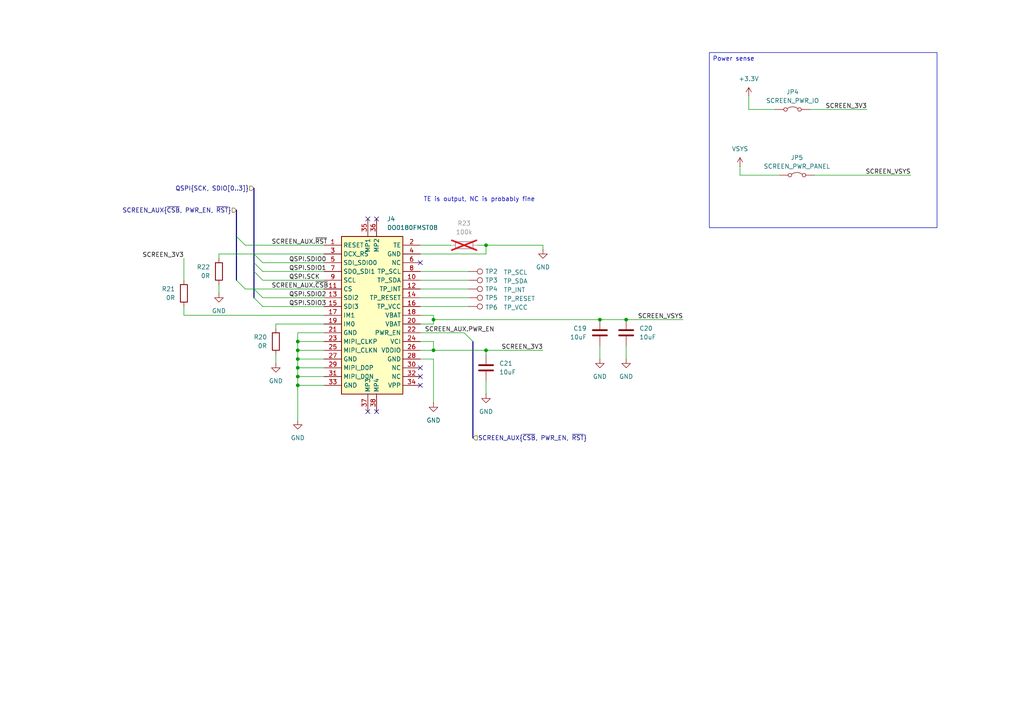
<source format=kicad_sch>
(kicad_sch (version 20231120) (generator "eeschema") (generator_version "8.0")
  (paper "A4")
  (lib_symbols
    (symbol "Connector:TestPoint" (pin_numbers hide) (pin_names (offset 0.762) hide)
      (property "Reference" "TP" (at 0 6.858 0))
      (property "Value" "TestPoint" (at 0 5.08 0))
      (symbol "TestPoint_0_1"
        (circle (center 0 3.302) (radius 0.762))
      )
      (symbol "TestPoint_1_1"
        (pin passive line (at 0 0 90) (length 2.54) (name "1") (number "1"))
      )
    )
    (symbol "Device:C" (pin_numbers hide) (pin_names (offset 0.254))
      (property "Reference" "C" (at 0.635 2.54 0))
      (property "Value" "C" (at 0.635 -2.54 0))
      (symbol "C_0_1"
        (polyline (pts (xy -2.032 -0.762) (xy 2.032 -0.762)) (stroke (width 0.508)))
        (polyline (pts (xy -2.032 0.762) (xy 2.032 0.762)) (stroke (width 0.508)))
      )
      (symbol "C_1_1"
        (pin passive line (at 0 3.81 270) (length 2.794) (name "~") (number "1"))
        (pin passive line (at 0 -3.81 90) (length 2.794) (name "~") (number "2"))
      )
    )
    (symbol "Device:R" (pin_numbers hide) (pin_names (offset 0))
      (property "Reference" "R" (at 2.032 0 90))
      (property "Value" "R" (at 0 0 90))
      (symbol "R_0_1"
        (rectangle (start -1.016 -2.54) (end 1.016 2.54) (stroke (width 0.254)))
      )
      (symbol "R_1_1"
        (pin passive line (at 0 3.81 270) (length 1.27) (name "~") (number "1"))
        (pin passive line (at 0 -3.81 90) (length 1.27) (name "~") (number "2"))
      )
    )
    (symbol "Jumper:Jumper_2_Bridged" (pin_numbers hide) (pin_names (offset 0) hide) (exclude_from_sim yes)
      (property "Reference" "JP" (at 0 1.905 0))
      (property "Value" "Jumper_2_Bridged" (at 0 -2.54 0))
      (symbol "Jumper_2_Bridged_0_0"
        (circle (center -2.032 0) (radius 0.508))
        (circle (center 2.032 0) (radius 0.508))
      )
      (symbol "Jumper_2_Bridged_0_1"
        (arc (start 1.524 0.254) (mid 0 0.762) (end -1.524 0.254))
      )
      (symbol "Jumper_2_Bridged_1_1"
        (pin passive line (at -5.08 0 0) (length 2.54) (name "A") (number "1"))
        (pin passive line (at 5.08 0 180) (length 2.54) (name "B") (number "2"))
      )
    )
    (symbol "SamacSys_Parts:DO0180FMST03"
      (property "Reference" "J" (at 52.07 12.7 0))
      (property "Value" "DO0180FMST08" (at 52.07 10.16 0))
      (symbol "DO0180FMST03_1_1"
        (rectangle (start 5.08 7.62) (end 50.8 -10.16) (stroke (width 0.254)) (fill (type background)))
        (pin passive line (at 48.26 -15.24 90) (length 5.08) (name "RESET") (number "1"))
        (pin passive line (at 38.1 12.7 270) (length 5.08) (name "TP_SDA") (number "10"))
        (pin passive line (at 35.56 -15.24 90) (length 5.08) (name "CS") (number "11"))
        (pin passive line (at 35.56 12.7 270) (length 5.08) (name "TP_INT") (number "12"))
        (pin passive line (at 33.02 -15.24 90) (length 5.08) (name "SDI2") (number "13"))
        (pin passive line (at 33.02 12.7 270) (length 5.08) (name "TP_RESET") (number "14"))
        (pin passive line (at 30.48 -15.24 90) (length 5.08) (name "SDI3") (number "15"))
        (pin passive line (at 30.48 12.7 270) (length 5.08) (name "TP_VCC") (number "16"))
        (pin passive line (at 27.94 -15.24 90) (length 5.08) (name "IM1") (number "17"))
        (pin passive line (at 27.94 12.7 270) (length 5.08) (name "VBAT") (number "18"))
        (pin passive line (at 25.4 -15.24 90) (length 5.08) (name "IM0") (number "19"))
        (pin passive line (at 48.26 12.7 270) (length 5.08) (name "TE") (number "2"))
        (pin passive line (at 25.4 12.7 270) (length 5.08) (name "VBAT") (number "20"))
        (pin passive line (at 22.86 -15.24 90) (length 5.08) (name "GND") (number "21"))
        (pin passive line (at 22.86 12.7 270) (length 5.08) (name "PWR_EN") (number "22"))
        (pin passive line (at 20.32 -15.24 90) (length 5.08) (name "MIPI_CLKP") (number "23"))
        (pin passive line (at 20.32 12.7 270) (length 5.08) (name "VCI") (number "24"))
        (pin passive line (at 17.78 -15.24 90) (length 5.08) (name "MIPI_CLKN") (number "25"))
        (pin passive line (at 17.78 12.7 270) (length 5.08) (name "VDDIO") (number "26"))
        (pin passive line (at 15.24 -15.24 90) (length 5.08) (name "GND") (number "27"))
        (pin passive line (at 15.24 12.7 270) (length 5.08) (name "GND") (number "28"))
        (pin passive line (at 12.7 -15.24 90) (length 5.08) (name "MIPI_D0P") (number "29"))
        (pin passive line (at 45.72 -15.24 90) (length 5.08) (name "DCX_RS") (number "3"))
        (pin passive line (at 12.7 12.7 270) (length 5.08) (name "NC") (number "30"))
        (pin passive line (at 10.16 -15.24 90) (length 5.08) (name "MIPI_D0N") (number "31"))
        (pin passive line (at 10.16 12.7 270) (length 5.08) (name "NC") (number "32"))
        (pin passive line (at 7.62 -15.24 90) (length 5.08) (name "GND") (number "33"))
        (pin passive line (at 7.62 12.7 270) (length 5.08) (name "VPP") (number "34"))
        (pin passive line (at 55.88 -2.54 180) (length 5.08) (name "MP1") (number "35"))
        (pin passive line (at 55.88 0 180) (length 5.08) (name "MP2") (number "36"))
        (pin passive line (at 0 -2.54 0) (length 5.08) (name "MP3") (number "37"))
        (pin passive line (at 0 0 0) (length 5.08) (name "MP4") (number "38"))
        (pin passive line (at 45.72 12.7 270) (length 5.08) (name "GND") (number "4"))
        (pin passive line (at 43.18 -15.24 90) (length 5.08) (name "SDI_SDIO0") (number "5"))
        (pin passive line (at 43.18 12.7 270) (length 5.08) (name "NC") (number "6"))
        (pin passive line (at 40.64 -15.24 90) (length 5.08) (name "SDO_SDI1") (number "7"))
        (pin passive line (at 40.64 12.7 270) (length 5.08) (name "TP_SCL") (number "8"))
        (pin passive line (at 38.1 -15.24 90) (length 5.08) (name "SCL") (number "9"))
      )
    )
    (symbol "power:+3.3V" (power) (pin_numbers hide) (pin_names (offset 0) hide)
      (property "Value" "+3.3V" (at 0 3.556 0))
      (symbol "+3.3V_0_1"
        (polyline (pts (xy -0.762 1.27) (xy 0 2.54)))
        (polyline (pts (xy 0 0) (xy 0 2.54)))
        (polyline (pts (xy 0 2.54) (xy 0.762 1.27)))
      )
      (symbol "+3.3V_1_1"
        (pin power_in line (at 0 0 90) (length 0) (name "~") (number "1"))
      )
    )
    (symbol "power:GND" (power) (pin_numbers hide) (pin_names (offset 0) hide)
      (property "Value" "GND" (at 0 -3.81 0))
      (symbol "GND_0_1"
        (polyline (pts (xy 0 0) (xy 0 -1.27) (xy 1.27 -1.27) (xy 0 -2.54) (xy -1.27 -1.27) (xy 0 -1.27)))
      )
      (symbol "GND_1_1"
        (pin power_in line (at 0 0 270) (length 0) (name "~") (number "1"))
      )
    )
    (symbol "power:VBUS" (power) (pin_numbers hide) (pin_names (offset 0) hide)
      (property "Value" "VBUS" (at 0 3.556 0))
      (symbol "VBUS_0_1"
        (polyline (pts (xy -0.762 1.27) (xy 0 2.54)))
        (polyline (pts (xy 0 0) (xy 0 2.54)))
        (polyline (pts (xy 0 2.54) (xy 0.762 1.27)))
      )
      (symbol "VBUS_1_1"
        (pin power_in line (at 0 0 90) (length 0) (name "~") (number "1"))
      )
    )
  )
  (junction (at 86.36 101.6))
  (junction (at 125.73 101.6))
  (junction (at 86.36 106.68))
  (junction (at 86.36 104.14))
  (junction (at 86.36 99.06))
  (junction (at 181.61 92.71))
  (junction (at 140.97 71.12))
  (junction (at 173.99 92.71))
  (junction (at 125.73 92.71))
  (junction (at 86.36 111.76))
  (junction (at 140.97 101.6))
  (junction (at 86.36 109.22))
  (no_connect (at 121.92 76.2))
  (no_connect (at 106.68 119.38))
  (no_connect (at 106.68 63.5))
  (no_connect (at 109.22 119.38))
  (no_connect (at 109.22 63.5))
  (no_connect (at 121.92 109.22))
  (no_connect (at 121.92 106.68))
  (no_connect (at 121.92 111.76))
  (bus_entry (at 73.66 83.82) (size 2.54 2.54))
  (bus_entry (at 73.66 86.36) (size 2.54 2.54))
  (bus_entry (at 134.62 96.52) (size 2.54 2.54))
  (bus_entry (at 73.66 73.66) (size 2.54 2.54))
  (bus_entry (at 68.58 81.28) (size 2.54 2.54))
  (bus_entry (at 73.66 78.74) (size 2.54 2.54))
  (bus_entry (at 73.66 76.2) (size 2.54 2.54))
  (bus_entry (at 68.58 68.58) (size 2.54 2.54))
  (wire (pts (xy 76.2 86.36) (xy 93.98 86.36)))
  (wire (pts (xy 86.36 106.68) (xy 86.36 104.14)))
  (wire (pts (xy 125.73 101.6) (xy 140.97 101.6)))
  (bus (pts (xy 68.58 68.58) (xy 68.58 81.28)))
  (wire (pts (xy 121.92 88.9) (xy 135.89 88.9)))
  (bus (pts (xy 73.66 78.74) (xy 73.66 83.82)))
  (wire (pts (xy 173.99 92.71) (xy 181.61 92.71)))
  (wire (pts (xy 140.97 73.66) (xy 140.97 71.12)))
  (bus (pts (xy 73.66 76.2) (xy 73.66 78.74)))
  (wire (pts (xy 125.73 91.44) (xy 125.73 92.71)))
  (wire (pts (xy 53.34 88.9) (xy 53.34 91.44)))
  (wire (pts (xy 76.2 88.9) (xy 93.98 88.9)))
  (wire (pts (xy 71.12 83.82) (xy 73.66 83.82)))
  (wire (pts (xy 214.63 50.8) (xy 226.06 50.8)))
  (wire (pts (xy 157.48 101.6) (xy 140.97 101.6)))
  (wire (pts (xy 93.98 93.98) (xy 80.01 93.98)))
  (wire (pts (xy 86.36 104.14) (xy 93.98 104.14)))
  (wire (pts (xy 73.66 83.82) (xy 93.98 83.82)))
  (wire (pts (xy 76.2 81.28) (xy 93.98 81.28)))
  (wire (pts (xy 121.92 83.82) (xy 135.89 83.82)))
  (wire (pts (xy 86.36 99.06) (xy 93.98 99.06)))
  (bus (pts (xy 73.66 73.66) (xy 73.66 76.2)))
  (wire (pts (xy 125.73 92.71) (xy 173.99 92.71)))
  (wire (pts (xy 217.17 31.75) (xy 224.79 31.75)))
  (wire (pts (xy 121.92 71.12) (xy 130.81 71.12)))
  (wire (pts (xy 86.36 96.52) (xy 93.98 96.52)))
  (wire (pts (xy 76.2 76.2) (xy 93.98 76.2)))
  (wire (pts (xy 121.92 104.14) (xy 125.73 104.14)))
  (wire (pts (xy 140.97 71.12) (xy 157.48 71.12)))
  (wire (pts (xy 140.97 101.6) (xy 140.97 102.87)))
  (wire (pts (xy 125.73 92.71) (xy 125.73 93.98)))
  (wire (pts (xy 157.48 71.12) (xy 157.48 72.39)))
  (wire (pts (xy 121.92 99.06) (xy 125.73 99.06)))
  (wire (pts (xy 181.61 100.33) (xy 181.61 104.14)))
  (wire (pts (xy 173.99 100.33) (xy 173.99 104.14)))
  (wire (pts (xy 71.12 71.12) (xy 93.98 71.12)))
  (wire (pts (xy 86.36 106.68) (xy 93.98 106.68)))
  (bus (pts (xy 73.66 83.82) (xy 73.66 86.36)))
  (wire (pts (xy 121.92 96.52) (xy 134.62 96.52)))
  (wire (pts (xy 125.73 99.06) (xy 125.73 101.6)))
  (wire (pts (xy 86.36 99.06) (xy 86.36 96.52)))
  (wire (pts (xy 217.17 27.94) (xy 217.17 31.75)))
  (wire (pts (xy 86.36 121.92) (xy 86.36 111.76)))
  (wire (pts (xy 121.92 73.66) (xy 140.97 73.66)))
  (wire (pts (xy 86.36 111.76) (xy 86.36 109.22)))
  (wire (pts (xy 80.01 93.98) (xy 80.01 95.25)))
  (wire (pts (xy 121.92 101.6) (xy 125.73 101.6)))
  (wire (pts (xy 86.36 101.6) (xy 93.98 101.6)))
  (wire (pts (xy 80.01 102.87) (xy 80.01 105.41)))
  (wire (pts (xy 63.5 82.55) (xy 63.5 85.09)))
  (bus (pts (xy 68.58 60.96) (xy 68.58 68.58)))
  (wire (pts (xy 86.36 109.22) (xy 86.36 106.68)))
  (wire (pts (xy 121.92 78.74) (xy 135.89 78.74)))
  (wire (pts (xy 121.92 91.44) (xy 125.73 91.44)))
  (wire (pts (xy 121.92 86.36) (xy 135.89 86.36)))
  (wire (pts (xy 236.22 50.8) (xy 264.16 50.8)))
  (wire (pts (xy 86.36 104.14) (xy 86.36 101.6)))
  (wire (pts (xy 121.92 81.28) (xy 135.89 81.28)))
  (wire (pts (xy 181.61 92.71) (xy 198.12 92.71)))
  (wire (pts (xy 234.95 31.75) (xy 251.46 31.75)))
  (wire (pts (xy 86.36 101.6) (xy 86.36 99.06)))
  (wire (pts (xy 63.5 74.93) (xy 63.5 73.66)))
  (wire (pts (xy 93.98 91.44) (xy 53.34 91.44)))
  (wire (pts (xy 214.63 48.26) (xy 214.63 50.8)))
  (wire (pts (xy 53.34 74.93) (xy 53.34 81.28)))
  (wire (pts (xy 121.92 93.98) (xy 125.73 93.98)))
  (wire (pts (xy 63.5 73.66) (xy 73.66 73.66)))
  (wire (pts (xy 76.2 78.74) (xy 93.98 78.74)))
  (wire (pts (xy 140.97 110.49) (xy 140.97 114.3)))
  (wire (pts (xy 86.36 109.22) (xy 93.98 109.22)))
  (bus (pts (xy 73.66 54.61) (xy 73.66 73.66)))
  (wire (pts (xy 73.66 73.66) (xy 93.98 73.66)))
  (wire (pts (xy 138.43 71.12) (xy 140.97 71.12)))
  (bus (pts (xy 137.16 99.06) (xy 137.16 127)))
  (wire (pts (xy 125.73 104.14) (xy 125.73 116.84)))
  (wire (pts (xy 86.36 111.76) (xy 93.98 111.76)))
  (text_box "Power sense" (at 205.74 15.24 0) (size 66.04 50.8) (effects (font (size 1.27 1.27)) (justify left top)))
  (text "TE is output, NC is probably fine" (at 155.194 57.912 0) (effects (font (size 1.27 1.27)) (justify right)))
  (label "SCREEN_3V3" (at 251.46 31.75 180))
  (label "QSPI.SDIO2" (at 83.82 86.36 0))
  (label "SCREEN_VSYS" (at 198.12 92.71 180))
  (label "QSPI.SCK" (at 83.82 81.28 0))
  (label "SCREEN_VSYS" (at 264.16 50.8 180))
  (label "SCREEN_3V3" (at 157.48 101.6 180))
  (label "SCREEN_3V3" (at 53.34 74.93 180))
  (label "QSPI.SDIO3" (at 83.82 88.9 0))
  (label "QSPI.SDIO0" (at 83.82 76.2 0))
  (label "SCREEN_AUX.~{CSB}" (at 78.74 83.82 0))
  (label "SCREEN_AUX.PWR_EN" (at 123.19 96.52 0))
  (label "QSPI.SDIO1" (at 83.82 78.74 0))
  (label "SCREEN_AUX.~{RST}" (at 78.74 71.12 0))
  (hierarchical_label "SCREEN_AUX{~{CSB}, PWR_EN, ~{RST}}" (shape input) (at 68.58 60.96 180))
  (hierarchical_label "QSPI{SCK, SDIO[0..3]}" (shape input) (at 73.66 54.61 180))
  (hierarchical_label "SCREEN_AUX{~{CSB}, PWR_EN, ~{RST}}" (shape input) (at 137.16 127 0))
  (symbol (lib_id "Connector:TestPoint") (at 135.89 88.9 270) (unit 1)
    (property "Reference" "TP6" (at 140.716 89.154 90) (effects (justify left)))
    (property "Value" "TP_VCC" (at 146.05 89.154 90) (effects (justify left)))
    (property "Description" "test point" (effects (hide yes)))
  )
  (symbol (lib_id "power:GND") (at 181.61 104.14 0) (unit 1)
    (property "Reference" "#PWR055" (effects (hide yes)))
    (property "Value" "GND" (at 181.61 109.22 0))
    (property "Description" "Power symbol creates a global label with name \"GND\" , ground" (effects (hide yes)))
  )
  (symbol (lib_id "power:+3.3V") (at 217.17 27.94 0) (unit 1)
    (property "Reference" "#PWR049" (effects (hide yes)))
    (property "Value" "+3.3V" (at 217.17 22.86 0))
    (property "Description" "Power symbol creates a global label with name \"+3.3V\"" (effects (hide yes)))
  )
  (symbol (lib_id "power:VBUS") (at 214.63 48.26 0) (unit 1)
    (property "Reference" "#PWR056" (effects (hide yes)))
    (property "Value" "VSYS" (at 214.63 43.18 0))
    (property "Description" "Power symbol creates a global label with name \"VBUS\"" (effects (hide yes)))
  )
  (symbol (lib_id "Device:C") (at 173.99 96.52 0) (mirror x) (unit 1)
    (property "Reference" "C19" (at 170.18 95.2499 0) (effects (justify right)))
    (property "Value" "10uF" (at 170.18 97.7899 0) (effects (justify right)))
    (property "Description" "Unpolarized capacitor" (effects (hide yes)))
  )
  (symbol (lib_id "power:GND") (at 86.36 121.92 0) (unit 1)
    (property "Reference" "#PWR047" (effects (hide yes)))
    (property "Value" "GND" (at 86.36 127 0))
    (property "Description" "Power symbol creates a global label with name \"GND\" , ground" (effects (hide yes)))
  )
  (symbol (lib_id "power:GND") (at 140.97 114.3 0) (unit 1)
    (property "Reference" "#PWR053" (effects (hide yes)))
    (property "Value" "GND" (at 140.97 119.38 0))
    (property "Description" "Power symbol creates a global label with name \"GND\" , ground" (effects (hide yes)))
  )
  (symbol (lib_id "Connector:TestPoint") (at 135.89 81.28 270) (unit 1)
    (property "Reference" "TP3" (at 140.716 81.28 90) (effects (justify left)))
    (property "Value" "TP_SDA" (at 146.05 81.534 90) (effects (justify left)))
    (property "Description" "test point" (effects (hide yes)))
  )
  (symbol (lib_id "Connector:TestPoint") (at 135.89 78.74 270) (unit 1)
    (property "Reference" "TP2" (at 140.716 78.74 90) (effects (justify left)))
    (property "Value" "TP_SCL" (at 146.05 78.994 90) (effects (justify left)))
    (property "Description" "test point" (effects (hide yes)))
  )
  (symbol (lib_id "power:GND") (at 125.73 116.84 0) (unit 1)
    (property "Reference" "#PWR050" (effects (hide yes)))
    (property "Value" "GND" (at 125.73 121.92 0))
    (property "Description" "Power symbol creates a global label with name \"GND\" , ground" (effects (hide yes)))
  )
  (symbol (lib_id "power:GND") (at 63.5 85.09 0) (unit 1)
    (property "Reference" "#PWR051" (effects (hide yes)))
    (property "Value" "GND" (at 63.5 90.17 0))
    (property "Description" "Power symbol creates a global label with name \"GND\" , ground" (effects (hide yes)))
  )
  (symbol (lib_id "Device:C") (at 140.97 106.68 0) (mirror y) (unit 1)
    (property "Reference" "C21" (at 144.78 105.4099 0) (effects (justify right)))
    (property "Value" "10uF" (at 144.78 107.9499 0) (effects (justify right)))
    (property "Description" "Unpolarized capacitor" (effects (hide yes)))
  )
  (symbol (lib_id "Jumper:Jumper_2_Bridged") (at 229.87 31.75 0) (unit 1) (exclude_from_sim yes)
    (property "Reference" "JP4" (at 229.87 26.67 0))
    (property "Value" "SCREEN_PWR_IO" (at 229.87 29.21 0))
    (property "Description" "Jumper, 2-pole, closed/bridged" (effects (hide yes)))
  )
  (symbol (lib_id "Device:R") (at 53.34 85.09 0) (mirror x) (unit 1)
    (property "Reference" "R21" (at 50.8 83.8199 0) (effects (justify right)))
    (property "Value" "0R" (at 50.8 86.3599 0) (effects (justify right)))
    (property "Description" "Resistor" (effects (hide yes)))
  )
  (symbol (lib_id "Device:C") (at 181.61 96.52 0) (mirror y) (unit 1)
    (property "Reference" "C20" (at 185.42 95.2499 0) (effects (justify right)))
    (property "Value" "10uF" (at 185.42 97.7899 0) (effects (justify right)))
    (property "Description" "Unpolarized capacitor" (effects (hide yes)))
  )
  (symbol (lib_id "power:GND") (at 80.01 105.41 0) (unit 1)
    (property "Reference" "#PWR048" (effects (hide yes)))
    (property "Value" "GND" (at 80.01 110.49 0))
    (property "Description" "Power symbol creates a global label with name \"GND\" , ground" (effects (hide yes)))
  )
  (symbol (lib_id "Connector:TestPoint") (at 135.89 86.36 270) (unit 1)
    (property "Reference" "TP5" (at 140.716 86.36 90) (effects (justify left)))
    (property "Value" "TP_RESET" (at 146.05 86.614 90) (effects (justify left)))
    (property "Description" "test point" (effects (hide yes)))
  )
  (symbol (lib_id "Connector:TestPoint") (at 135.89 83.82 270) (unit 1)
    (property "Reference" "TP4" (at 140.716 83.82 90) (effects (justify left)))
    (property "Value" "TP_INT" (at 146.05 84.074 90) (effects (justify left)))
    (property "Description" "test point" (effects (hide yes)))
  )
  (symbol (lib_id "Device:R") (at 134.62 71.12 90) (unit 1) (dnp yes)
    (property "Reference" "R23" (at 134.62 64.77 90))
    (property "Value" "100k" (at 134.62 67.31 90))
    (property "Description" "Resistor" (effects (hide yes)))
  )
  (symbol (lib_id "Device:R") (at 80.01 99.06 0) (mirror x) (unit 1)
    (property "Reference" "R20" (at 77.47 97.7899 0) (effects (justify right)))
    (property "Value" "0R" (at 77.47 100.3299 0) (effects (justify right)))
    (property "Description" "Resistor" (effects (hide yes)))
  )
  (symbol (lib_id "power:GND") (at 173.99 104.14 0) (unit 1)
    (property "Reference" "#PWR054" (effects (hide yes)))
    (property "Value" "GND" (at 173.99 109.22 0))
    (property "Description" "Power symbol creates a global label with name \"GND\" , ground" (effects (hide yes)))
  )
  (symbol (lib_id "SamacSys_Parts:DO0180FMST03") (at 109.22 119.38 270) (mirror x) (unit 1)
    (property "Reference" "J4" (at 112.2365 63.5 90) (effects (justify left)))
    (property "Value" "DO0180FMST08" (at 112.2365 66.04 90) (effects (justify left)))
    (property "Footprint" "SamacsysParts:AXE534127" (effects (hide yes)))
    (property "Datasheet" "https://mediap.industry.panasonic.eu/assets/imported/industrial.panasonic.com/ac/cdn/e/control/connector/base-fpc/catalog/con_eng_a4s.pdf" (effects (hide yes)))
    (property "Description" "Panasonic A4S Series Surface Mount PCB Socket, 34-Contact, 2-Row, 0.4mm Pitch, Solder Termination" (effects (hide yes)))
    (property "Height" "0.97" (effects (hide yes)))
    (property "Mouser Part Number" "679-AXE534127" (effects (hide yes)))
    (property "Mouser Price/Stock" "https://www.mouser.co.uk/ProductDetail/Panasonic-Industrial-Devices/AXE534127?qs=HSwFsqQPTVMM2kfMwZjTLA%3D%3D" (effects (hide yes)))
    (property "Manufacturer_Name" "Panasonic" (effects (hide yes)))
    (property "Manufacturer_Part_Number" "AXE534127" (effects (hide yes)))
  )
  (symbol (lib_id "Device:R") (at 63.5 78.74 0) (mirror x) (unit 1)
    (property "Reference" "R22" (at 60.96 77.4699 0) (effects (justify right)))
    (property "Value" "0R" (at 60.96 80.0099 0) (effects (justify right)))
    (property "Description" "Resistor" (effects (hide yes)))
  )
  (symbol (lib_id "power:GND") (at 157.48 72.39 0) (unit 1)
    (property "Reference" "#PWR052" (effects (hide yes)))
    (property "Value" "GND" (at 157.48 77.47 0))
    (property "Description" "Power symbol creates a global label with name \"GND\" , ground" (effects (hide yes)))
  )
  (symbol (lib_id "Jumper:Jumper_2_Bridged") (at 231.14 50.8 0) (unit 1) (exclude_from_sim yes)
    (property "Reference" "JP5" (at 231.14 45.72 0))
    (property "Value" "SCREEN_PWR_PANEL" (at 231.14 48.26 0))
    (property "Description" "Jumper, 2-pole, closed/bridged" (effects (hide yes)))
  )
)
</source>
